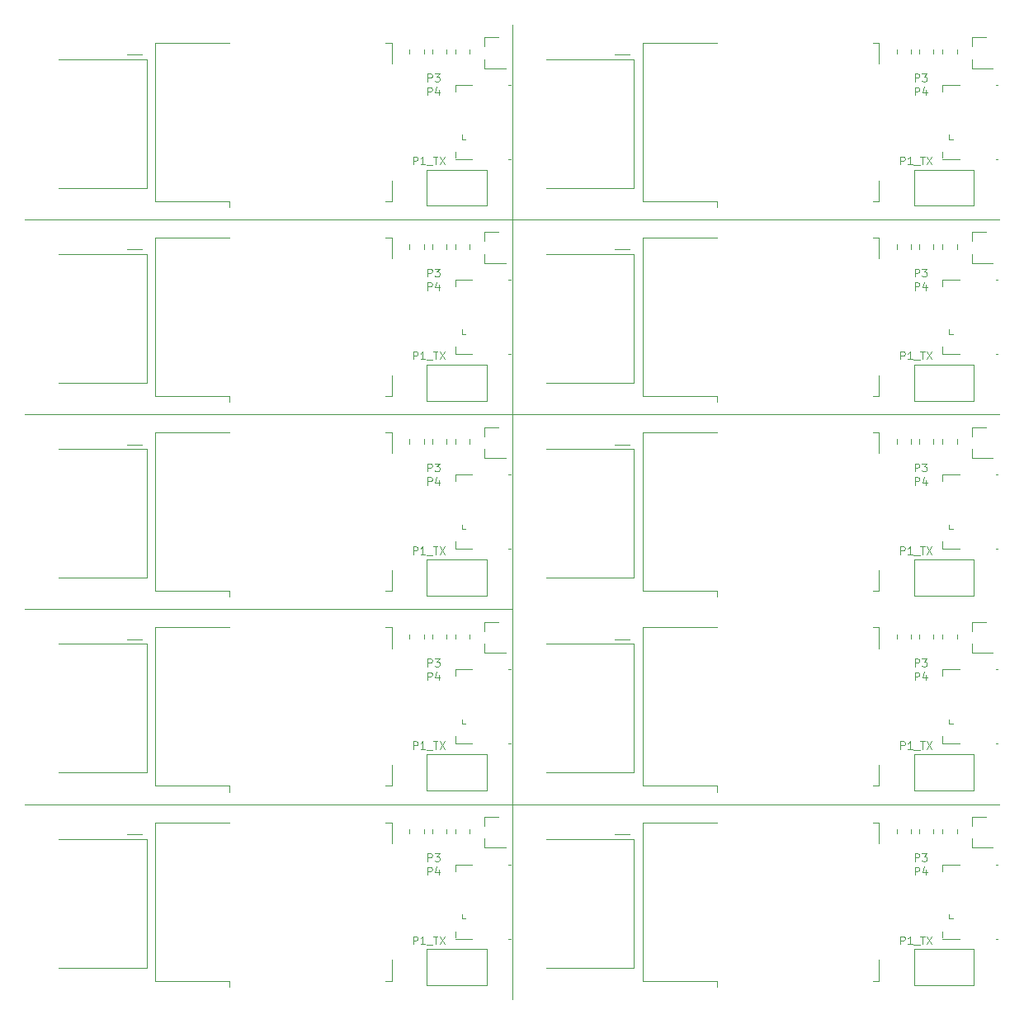
<source format=gbr>
%TF.GenerationSoftware,KiCad,Pcbnew,(5.1.9)-1*%
%TF.CreationDate,2021-10-14T17:35:56+02:00*%
%TF.ProjectId,IM350_AM550_T210_5V_V5.0,494d3335-305f-4414-9d35-35305f543231,rev?*%
%TF.SameCoordinates,Original*%
%TF.FileFunction,Legend,Top*%
%TF.FilePolarity,Positive*%
%FSLAX46Y46*%
G04 Gerber Fmt 4.6, Leading zero omitted, Abs format (unit mm)*
G04 Created by KiCad (PCBNEW (5.1.9)-1) date 2021-10-14 17:35:56*
%MOMM*%
%LPD*%
G01*
G04 APERTURE LIST*
%ADD10C,0.120000*%
%ADD11C,0.100000*%
G04 APERTURE END LIST*
D10*
X85000000Y-25000000D02*
X85000000Y-125000000D01*
X35000000Y-105000000D02*
X135000000Y-105000000D01*
X35000000Y-85000000D02*
X85000000Y-85000000D01*
X35000000Y-65000000D02*
X135000000Y-65000000D01*
X35000000Y-45000000D02*
X135000000Y-45000000D01*
%TO.C,J1*%
X79840000Y-116760000D02*
X80230000Y-116760000D01*
X79840000Y-116760000D02*
X79840000Y-116310000D01*
X79150000Y-111225000D02*
X79150000Y-111875000D01*
X80880000Y-111190000D02*
X79150000Y-111190000D01*
X84840000Y-118810000D02*
X84630000Y-118810000D01*
X84840000Y-111190000D02*
X84630000Y-111190000D01*
X80880000Y-118810000D02*
X79150000Y-118810000D01*
X79150000Y-118700000D02*
X79150000Y-118040000D01*
%TO.C,R9*%
X129165000Y-107572936D02*
X129165000Y-108027064D01*
X130635000Y-107572936D02*
X130635000Y-108027064D01*
%TO.C,U2*%
X48380000Y-123120000D02*
X48380000Y-106880000D01*
X48380000Y-106880000D02*
X56000000Y-106880000D01*
X72000000Y-106880000D02*
X72620000Y-106880000D01*
X72620000Y-106880000D02*
X72620000Y-109000000D01*
X72620000Y-121000000D02*
X72620000Y-123120000D01*
X72620000Y-123120000D02*
X72000000Y-123120000D01*
X56000000Y-123120000D02*
X48380000Y-123120000D01*
X56000000Y-123120000D02*
X56000000Y-123730000D01*
%TO.C,SW1*%
X76240000Y-119900000D02*
X82360000Y-119900000D01*
X82360000Y-119900000D02*
X82360000Y-123600000D01*
X82360000Y-123600000D02*
X76240000Y-123600000D01*
X76240000Y-123600000D02*
X76240000Y-119900000D01*
%TO.C,R3*%
X124465000Y-107572936D02*
X124465000Y-108027064D01*
X125935000Y-107572936D02*
X125935000Y-108027064D01*
%TO.C,J2*%
X95480000Y-108100000D02*
X97010000Y-108100000D01*
X88460000Y-108570000D02*
X97480000Y-108570000D01*
D11*
X88530000Y-108570000D02*
X88460000Y-108570000D01*
D10*
X97480000Y-121770000D02*
X88460000Y-121770000D01*
X97480000Y-108570000D02*
X97480000Y-121770000D01*
X47480000Y-108570000D02*
X47480000Y-121770000D01*
X47480000Y-121770000D02*
X38460000Y-121770000D01*
D11*
X38530000Y-108570000D02*
X38460000Y-108570000D01*
D10*
X38460000Y-108570000D02*
X47480000Y-108570000D01*
X45480000Y-108100000D02*
X47010000Y-108100000D01*
%TO.C,R8*%
X76765000Y-108027064D02*
X76765000Y-107572936D01*
X78235000Y-108027064D02*
X78235000Y-107572936D01*
%TO.C,U2*%
X106000000Y-123120000D02*
X106000000Y-123730000D01*
X106000000Y-123120000D02*
X98380000Y-123120000D01*
X122620000Y-123120000D02*
X122000000Y-123120000D01*
X122620000Y-121000000D02*
X122620000Y-123120000D01*
X122620000Y-106880000D02*
X122620000Y-109000000D01*
X122000000Y-106880000D02*
X122620000Y-106880000D01*
X98380000Y-106880000D02*
X106000000Y-106880000D01*
X98380000Y-123120000D02*
X98380000Y-106880000D01*
%TO.C,R8*%
X128235000Y-108027064D02*
X128235000Y-107572936D01*
X126765000Y-108027064D02*
X126765000Y-107572936D01*
%TO.C,Q1*%
X132140000Y-106320000D02*
X133600000Y-106320000D01*
X132140000Y-109480000D02*
X134300000Y-109480000D01*
X132140000Y-109480000D02*
X132140000Y-108550000D01*
X132140000Y-106320000D02*
X132140000Y-107250000D01*
X82140000Y-106320000D02*
X82140000Y-107250000D01*
X82140000Y-109480000D02*
X82140000Y-108550000D01*
X82140000Y-109480000D02*
X84300000Y-109480000D01*
X82140000Y-106320000D02*
X83600000Y-106320000D01*
%TO.C,J1*%
X129150000Y-118700000D02*
X129150000Y-118040000D01*
X130880000Y-118810000D02*
X129150000Y-118810000D01*
X134840000Y-111190000D02*
X134630000Y-111190000D01*
X134840000Y-118810000D02*
X134630000Y-118810000D01*
X130880000Y-111190000D02*
X129150000Y-111190000D01*
X129150000Y-111225000D02*
X129150000Y-111875000D01*
X129840000Y-116760000D02*
X129840000Y-116310000D01*
X129840000Y-116760000D02*
X130230000Y-116760000D01*
%TO.C,SW1*%
X126240000Y-123600000D02*
X126240000Y-119900000D01*
X132360000Y-123600000D02*
X126240000Y-123600000D01*
X132360000Y-119900000D02*
X132360000Y-123600000D01*
X126240000Y-119900000D02*
X132360000Y-119900000D01*
%TO.C,R9*%
X80635000Y-107572936D02*
X80635000Y-108027064D01*
X79165000Y-107572936D02*
X79165000Y-108027064D01*
%TO.C,R3*%
X75935000Y-107572936D02*
X75935000Y-108027064D01*
X74465000Y-107572936D02*
X74465000Y-108027064D01*
%TO.C,U2*%
X56000000Y-103120000D02*
X56000000Y-103730000D01*
X56000000Y-103120000D02*
X48380000Y-103120000D01*
X72620000Y-103120000D02*
X72000000Y-103120000D01*
X72620000Y-101000000D02*
X72620000Y-103120000D01*
X72620000Y-86880000D02*
X72620000Y-89000000D01*
X72000000Y-86880000D02*
X72620000Y-86880000D01*
X48380000Y-86880000D02*
X56000000Y-86880000D01*
X48380000Y-103120000D02*
X48380000Y-86880000D01*
%TO.C,R9*%
X130635000Y-87572936D02*
X130635000Y-88027064D01*
X129165000Y-87572936D02*
X129165000Y-88027064D01*
%TO.C,SW1*%
X76240000Y-103600000D02*
X76240000Y-99900000D01*
X82360000Y-103600000D02*
X76240000Y-103600000D01*
X82360000Y-99900000D02*
X82360000Y-103600000D01*
X76240000Y-99900000D02*
X82360000Y-99900000D01*
%TO.C,J1*%
X79150000Y-98700000D02*
X79150000Y-98040000D01*
X80880000Y-98810000D02*
X79150000Y-98810000D01*
X84840000Y-91190000D02*
X84630000Y-91190000D01*
X84840000Y-98810000D02*
X84630000Y-98810000D01*
X80880000Y-91190000D02*
X79150000Y-91190000D01*
X79150000Y-91225000D02*
X79150000Y-91875000D01*
X79840000Y-96760000D02*
X79840000Y-96310000D01*
X79840000Y-96760000D02*
X80230000Y-96760000D01*
%TO.C,R3*%
X125935000Y-87572936D02*
X125935000Y-88027064D01*
X124465000Y-87572936D02*
X124465000Y-88027064D01*
%TO.C,J2*%
X45480000Y-88100000D02*
X47010000Y-88100000D01*
X38460000Y-88570000D02*
X47480000Y-88570000D01*
D11*
X38530000Y-88570000D02*
X38460000Y-88570000D01*
D10*
X47480000Y-101770000D02*
X38460000Y-101770000D01*
X47480000Y-88570000D02*
X47480000Y-101770000D01*
%TO.C,U2*%
X98380000Y-103120000D02*
X98380000Y-86880000D01*
X98380000Y-86880000D02*
X106000000Y-86880000D01*
X122000000Y-86880000D02*
X122620000Y-86880000D01*
X122620000Y-86880000D02*
X122620000Y-89000000D01*
X122620000Y-101000000D02*
X122620000Y-103120000D01*
X122620000Y-103120000D02*
X122000000Y-103120000D01*
X106000000Y-103120000D02*
X98380000Y-103120000D01*
X106000000Y-103120000D02*
X106000000Y-103730000D01*
%TO.C,R8*%
X126765000Y-88027064D02*
X126765000Y-87572936D01*
X128235000Y-88027064D02*
X128235000Y-87572936D01*
%TO.C,Q1*%
X132140000Y-86320000D02*
X132140000Y-87250000D01*
X132140000Y-89480000D02*
X132140000Y-88550000D01*
X132140000Y-89480000D02*
X134300000Y-89480000D01*
X132140000Y-86320000D02*
X133600000Y-86320000D01*
%TO.C,J2*%
X97480000Y-88570000D02*
X97480000Y-101770000D01*
X97480000Y-101770000D02*
X88460000Y-101770000D01*
D11*
X88530000Y-88570000D02*
X88460000Y-88570000D01*
D10*
X88460000Y-88570000D02*
X97480000Y-88570000D01*
X95480000Y-88100000D02*
X97010000Y-88100000D01*
%TO.C,R8*%
X78235000Y-88027064D02*
X78235000Y-87572936D01*
X76765000Y-88027064D02*
X76765000Y-87572936D01*
%TO.C,R9*%
X79165000Y-87572936D02*
X79165000Y-88027064D01*
X80635000Y-87572936D02*
X80635000Y-88027064D01*
%TO.C,R3*%
X74465000Y-87572936D02*
X74465000Y-88027064D01*
X75935000Y-87572936D02*
X75935000Y-88027064D01*
%TO.C,J1*%
X129840000Y-96760000D02*
X130230000Y-96760000D01*
X129840000Y-96760000D02*
X129840000Y-96310000D01*
X129150000Y-91225000D02*
X129150000Y-91875000D01*
X130880000Y-91190000D02*
X129150000Y-91190000D01*
X134840000Y-98810000D02*
X134630000Y-98810000D01*
X134840000Y-91190000D02*
X134630000Y-91190000D01*
X130880000Y-98810000D02*
X129150000Y-98810000D01*
X129150000Y-98700000D02*
X129150000Y-98040000D01*
%TO.C,SW1*%
X126240000Y-99900000D02*
X132360000Y-99900000D01*
X132360000Y-99900000D02*
X132360000Y-103600000D01*
X132360000Y-103600000D02*
X126240000Y-103600000D01*
X126240000Y-103600000D02*
X126240000Y-99900000D01*
%TO.C,Q1*%
X82140000Y-86320000D02*
X83600000Y-86320000D01*
X82140000Y-89480000D02*
X84300000Y-89480000D01*
X82140000Y-89480000D02*
X82140000Y-88550000D01*
X82140000Y-86320000D02*
X82140000Y-87250000D01*
%TO.C,R8*%
X128235000Y-68027064D02*
X128235000Y-67572936D01*
X126765000Y-68027064D02*
X126765000Y-67572936D01*
%TO.C,R3*%
X124465000Y-67572936D02*
X124465000Y-68027064D01*
X125935000Y-67572936D02*
X125935000Y-68027064D01*
%TO.C,R9*%
X129165000Y-67572936D02*
X129165000Y-68027064D01*
X130635000Y-67572936D02*
X130635000Y-68027064D01*
%TO.C,U2*%
X106000000Y-83120000D02*
X106000000Y-83730000D01*
X106000000Y-83120000D02*
X98380000Y-83120000D01*
X122620000Y-83120000D02*
X122000000Y-83120000D01*
X122620000Y-81000000D02*
X122620000Y-83120000D01*
X122620000Y-66880000D02*
X122620000Y-69000000D01*
X122000000Y-66880000D02*
X122620000Y-66880000D01*
X98380000Y-66880000D02*
X106000000Y-66880000D01*
X98380000Y-83120000D02*
X98380000Y-66880000D01*
%TO.C,J2*%
X95480000Y-68100000D02*
X97010000Y-68100000D01*
X88460000Y-68570000D02*
X97480000Y-68570000D01*
D11*
X88530000Y-68570000D02*
X88460000Y-68570000D01*
D10*
X97480000Y-81770000D02*
X88460000Y-81770000D01*
X97480000Y-68570000D02*
X97480000Y-81770000D01*
%TO.C,Q1*%
X132140000Y-66320000D02*
X133600000Y-66320000D01*
X132140000Y-69480000D02*
X134300000Y-69480000D01*
X132140000Y-69480000D02*
X132140000Y-68550000D01*
X132140000Y-66320000D02*
X132140000Y-67250000D01*
%TO.C,U2*%
X48380000Y-83120000D02*
X48380000Y-66880000D01*
X48380000Y-66880000D02*
X56000000Y-66880000D01*
X72000000Y-66880000D02*
X72620000Y-66880000D01*
X72620000Y-66880000D02*
X72620000Y-69000000D01*
X72620000Y-81000000D02*
X72620000Y-83120000D01*
X72620000Y-83120000D02*
X72000000Y-83120000D01*
X56000000Y-83120000D02*
X48380000Y-83120000D01*
X56000000Y-83120000D02*
X56000000Y-83730000D01*
%TO.C,SW1*%
X76240000Y-79900000D02*
X82360000Y-79900000D01*
X82360000Y-79900000D02*
X82360000Y-83600000D01*
X82360000Y-83600000D02*
X76240000Y-83600000D01*
X76240000Y-83600000D02*
X76240000Y-79900000D01*
%TO.C,J2*%
X47480000Y-68570000D02*
X47480000Y-81770000D01*
X47480000Y-81770000D02*
X38460000Y-81770000D01*
D11*
X38530000Y-68570000D02*
X38460000Y-68570000D01*
D10*
X38460000Y-68570000D02*
X47480000Y-68570000D01*
X45480000Y-68100000D02*
X47010000Y-68100000D01*
%TO.C,J1*%
X79840000Y-76760000D02*
X80230000Y-76760000D01*
X79840000Y-76760000D02*
X79840000Y-76310000D01*
X79150000Y-71225000D02*
X79150000Y-71875000D01*
X80880000Y-71190000D02*
X79150000Y-71190000D01*
X84840000Y-78810000D02*
X84630000Y-78810000D01*
X84840000Y-71190000D02*
X84630000Y-71190000D01*
X80880000Y-78810000D02*
X79150000Y-78810000D01*
X79150000Y-78700000D02*
X79150000Y-78040000D01*
%TO.C,R9*%
X80635000Y-67572936D02*
X80635000Y-68027064D01*
X79165000Y-67572936D02*
X79165000Y-68027064D01*
%TO.C,R8*%
X76765000Y-68027064D02*
X76765000Y-67572936D01*
X78235000Y-68027064D02*
X78235000Y-67572936D01*
%TO.C,R3*%
X75935000Y-67572936D02*
X75935000Y-68027064D01*
X74465000Y-67572936D02*
X74465000Y-68027064D01*
%TO.C,Q1*%
X82140000Y-66320000D02*
X82140000Y-67250000D01*
X82140000Y-69480000D02*
X82140000Y-68550000D01*
X82140000Y-69480000D02*
X84300000Y-69480000D01*
X82140000Y-66320000D02*
X83600000Y-66320000D01*
%TO.C,J1*%
X129150000Y-78700000D02*
X129150000Y-78040000D01*
X130880000Y-78810000D02*
X129150000Y-78810000D01*
X134840000Y-71190000D02*
X134630000Y-71190000D01*
X134840000Y-78810000D02*
X134630000Y-78810000D01*
X130880000Y-71190000D02*
X129150000Y-71190000D01*
X129150000Y-71225000D02*
X129150000Y-71875000D01*
X129840000Y-76760000D02*
X129840000Y-76310000D01*
X129840000Y-76760000D02*
X130230000Y-76760000D01*
%TO.C,SW1*%
X126240000Y-83600000D02*
X126240000Y-79900000D01*
X132360000Y-83600000D02*
X126240000Y-83600000D01*
X132360000Y-79900000D02*
X132360000Y-83600000D01*
X126240000Y-79900000D02*
X132360000Y-79900000D01*
X126240000Y-59900000D02*
X132360000Y-59900000D01*
X132360000Y-59900000D02*
X132360000Y-63600000D01*
X132360000Y-63600000D02*
X126240000Y-63600000D01*
X126240000Y-63600000D02*
X126240000Y-59900000D01*
%TO.C,J1*%
X129840000Y-56760000D02*
X130230000Y-56760000D01*
X129840000Y-56760000D02*
X129840000Y-56310000D01*
X129150000Y-51225000D02*
X129150000Y-51875000D01*
X130880000Y-51190000D02*
X129150000Y-51190000D01*
X134840000Y-58810000D02*
X134630000Y-58810000D01*
X134840000Y-51190000D02*
X134630000Y-51190000D01*
X130880000Y-58810000D02*
X129150000Y-58810000D01*
X129150000Y-58700000D02*
X129150000Y-58040000D01*
%TO.C,U2*%
X98380000Y-63120000D02*
X98380000Y-46880000D01*
X98380000Y-46880000D02*
X106000000Y-46880000D01*
X122000000Y-46880000D02*
X122620000Y-46880000D01*
X122620000Y-46880000D02*
X122620000Y-49000000D01*
X122620000Y-61000000D02*
X122620000Y-63120000D01*
X122620000Y-63120000D02*
X122000000Y-63120000D01*
X106000000Y-63120000D02*
X98380000Y-63120000D01*
X106000000Y-63120000D02*
X106000000Y-63730000D01*
%TO.C,J2*%
X97480000Y-48570000D02*
X97480000Y-61770000D01*
X97480000Y-61770000D02*
X88460000Y-61770000D01*
D11*
X88530000Y-48570000D02*
X88460000Y-48570000D01*
D10*
X88460000Y-48570000D02*
X97480000Y-48570000D01*
X95480000Y-48100000D02*
X97010000Y-48100000D01*
%TO.C,R9*%
X130635000Y-47572936D02*
X130635000Y-48027064D01*
X129165000Y-47572936D02*
X129165000Y-48027064D01*
%TO.C,Q1*%
X132140000Y-46320000D02*
X132140000Y-47250000D01*
X132140000Y-49480000D02*
X132140000Y-48550000D01*
X132140000Y-49480000D02*
X134300000Y-49480000D01*
X132140000Y-46320000D02*
X133600000Y-46320000D01*
%TO.C,R3*%
X125935000Y-47572936D02*
X125935000Y-48027064D01*
X124465000Y-47572936D02*
X124465000Y-48027064D01*
%TO.C,R8*%
X126765000Y-48027064D02*
X126765000Y-47572936D01*
X128235000Y-48027064D02*
X128235000Y-47572936D01*
%TO.C,SW1*%
X76240000Y-63600000D02*
X76240000Y-59900000D01*
X82360000Y-63600000D02*
X76240000Y-63600000D01*
X82360000Y-59900000D02*
X82360000Y-63600000D01*
X76240000Y-59900000D02*
X82360000Y-59900000D01*
%TO.C,U2*%
X56000000Y-63120000D02*
X56000000Y-63730000D01*
X56000000Y-63120000D02*
X48380000Y-63120000D01*
X72620000Y-63120000D02*
X72000000Y-63120000D01*
X72620000Y-61000000D02*
X72620000Y-63120000D01*
X72620000Y-46880000D02*
X72620000Y-49000000D01*
X72000000Y-46880000D02*
X72620000Y-46880000D01*
X48380000Y-46880000D02*
X56000000Y-46880000D01*
X48380000Y-63120000D02*
X48380000Y-46880000D01*
%TO.C,R9*%
X79165000Y-47572936D02*
X79165000Y-48027064D01*
X80635000Y-47572936D02*
X80635000Y-48027064D01*
%TO.C,R8*%
X78235000Y-48027064D02*
X78235000Y-47572936D01*
X76765000Y-48027064D02*
X76765000Y-47572936D01*
%TO.C,J1*%
X79150000Y-58700000D02*
X79150000Y-58040000D01*
X80880000Y-58810000D02*
X79150000Y-58810000D01*
X84840000Y-51190000D02*
X84630000Y-51190000D01*
X84840000Y-58810000D02*
X84630000Y-58810000D01*
X80880000Y-51190000D02*
X79150000Y-51190000D01*
X79150000Y-51225000D02*
X79150000Y-51875000D01*
X79840000Y-56760000D02*
X79840000Y-56310000D01*
X79840000Y-56760000D02*
X80230000Y-56760000D01*
%TO.C,R3*%
X74465000Y-47572936D02*
X74465000Y-48027064D01*
X75935000Y-47572936D02*
X75935000Y-48027064D01*
%TO.C,Q1*%
X82140000Y-46320000D02*
X83600000Y-46320000D01*
X82140000Y-49480000D02*
X84300000Y-49480000D01*
X82140000Y-49480000D02*
X82140000Y-48550000D01*
X82140000Y-46320000D02*
X82140000Y-47250000D01*
%TO.C,J2*%
X45480000Y-48100000D02*
X47010000Y-48100000D01*
X38460000Y-48570000D02*
X47480000Y-48570000D01*
D11*
X38530000Y-48570000D02*
X38460000Y-48570000D01*
D10*
X47480000Y-61770000D02*
X38460000Y-61770000D01*
X47480000Y-48570000D02*
X47480000Y-61770000D01*
%TO.C,SW1*%
X126240000Y-43600000D02*
X126240000Y-39900000D01*
X132360000Y-43600000D02*
X126240000Y-43600000D01*
X132360000Y-39900000D02*
X132360000Y-43600000D01*
X126240000Y-39900000D02*
X132360000Y-39900000D01*
%TO.C,U2*%
X106000000Y-43120000D02*
X106000000Y-43730000D01*
X106000000Y-43120000D02*
X98380000Y-43120000D01*
X122620000Y-43120000D02*
X122000000Y-43120000D01*
X122620000Y-41000000D02*
X122620000Y-43120000D01*
X122620000Y-26880000D02*
X122620000Y-29000000D01*
X122000000Y-26880000D02*
X122620000Y-26880000D01*
X98380000Y-26880000D02*
X106000000Y-26880000D01*
X98380000Y-43120000D02*
X98380000Y-26880000D01*
%TO.C,R9*%
X129165000Y-27572936D02*
X129165000Y-28027064D01*
X130635000Y-27572936D02*
X130635000Y-28027064D01*
%TO.C,R8*%
X128235000Y-28027064D02*
X128235000Y-27572936D01*
X126765000Y-28027064D02*
X126765000Y-27572936D01*
%TO.C,J1*%
X129150000Y-38700000D02*
X129150000Y-38040000D01*
X130880000Y-38810000D02*
X129150000Y-38810000D01*
X134840000Y-31190000D02*
X134630000Y-31190000D01*
X134840000Y-38810000D02*
X134630000Y-38810000D01*
X130880000Y-31190000D02*
X129150000Y-31190000D01*
X129150000Y-31225000D02*
X129150000Y-31875000D01*
X129840000Y-36760000D02*
X129840000Y-36310000D01*
X129840000Y-36760000D02*
X130230000Y-36760000D01*
%TO.C,R3*%
X124465000Y-27572936D02*
X124465000Y-28027064D01*
X125935000Y-27572936D02*
X125935000Y-28027064D01*
%TO.C,Q1*%
X132140000Y-26320000D02*
X133600000Y-26320000D01*
X132140000Y-29480000D02*
X134300000Y-29480000D01*
X132140000Y-29480000D02*
X132140000Y-28550000D01*
X132140000Y-26320000D02*
X132140000Y-27250000D01*
%TO.C,J2*%
X95480000Y-28100000D02*
X97010000Y-28100000D01*
X88460000Y-28570000D02*
X97480000Y-28570000D01*
D11*
X88530000Y-28570000D02*
X88460000Y-28570000D01*
D10*
X97480000Y-41770000D02*
X88460000Y-41770000D01*
X97480000Y-28570000D02*
X97480000Y-41770000D01*
X47480000Y-28570000D02*
X47480000Y-41770000D01*
X47480000Y-41770000D02*
X38460000Y-41770000D01*
D11*
X38530000Y-28570000D02*
X38460000Y-28570000D01*
D10*
X38460000Y-28570000D02*
X47480000Y-28570000D01*
X45480000Y-28100000D02*
X47010000Y-28100000D01*
%TO.C,U2*%
X48380000Y-43120000D02*
X48380000Y-26880000D01*
X48380000Y-26880000D02*
X56000000Y-26880000D01*
X72000000Y-26880000D02*
X72620000Y-26880000D01*
X72620000Y-26880000D02*
X72620000Y-29000000D01*
X72620000Y-41000000D02*
X72620000Y-43120000D01*
X72620000Y-43120000D02*
X72000000Y-43120000D01*
X56000000Y-43120000D02*
X48380000Y-43120000D01*
X56000000Y-43120000D02*
X56000000Y-43730000D01*
%TO.C,SW1*%
X76240000Y-39900000D02*
X82360000Y-39900000D01*
X82360000Y-39900000D02*
X82360000Y-43600000D01*
X82360000Y-43600000D02*
X76240000Y-43600000D01*
X76240000Y-43600000D02*
X76240000Y-39900000D01*
%TO.C,R9*%
X80635000Y-27572936D02*
X80635000Y-28027064D01*
X79165000Y-27572936D02*
X79165000Y-28027064D01*
%TO.C,R8*%
X76765000Y-28027064D02*
X76765000Y-27572936D01*
X78235000Y-28027064D02*
X78235000Y-27572936D01*
%TO.C,R3*%
X75935000Y-27572936D02*
X75935000Y-28027064D01*
X74465000Y-27572936D02*
X74465000Y-28027064D01*
%TO.C,Q1*%
X82140000Y-26320000D02*
X82140000Y-27250000D01*
X82140000Y-29480000D02*
X82140000Y-28550000D01*
X82140000Y-29480000D02*
X84300000Y-29480000D01*
X82140000Y-26320000D02*
X83600000Y-26320000D01*
%TO.C,J1*%
X79840000Y-36760000D02*
X80230000Y-36760000D01*
X79840000Y-36760000D02*
X79840000Y-36310000D01*
X79150000Y-31225000D02*
X79150000Y-31875000D01*
X80880000Y-31190000D02*
X79150000Y-31190000D01*
X84840000Y-38810000D02*
X84630000Y-38810000D01*
X84840000Y-31190000D02*
X84630000Y-31190000D01*
X80880000Y-38810000D02*
X79150000Y-38810000D01*
X79150000Y-38700000D02*
X79150000Y-38040000D01*
%TO.C,R7*%
X74819047Y-119361904D02*
X74819047Y-118561904D01*
X75123809Y-118561904D01*
X75200000Y-118600000D01*
X75238095Y-118638095D01*
X75276190Y-118714285D01*
X75276190Y-118828571D01*
X75238095Y-118904761D01*
X75200000Y-118942857D01*
X75123809Y-118980952D01*
X74819047Y-118980952D01*
X76038095Y-119361904D02*
X75580952Y-119361904D01*
X75809523Y-119361904D02*
X75809523Y-118561904D01*
X75733333Y-118676190D01*
X75657142Y-118752380D01*
X75580952Y-118790476D01*
X76190476Y-119438095D02*
X76800000Y-119438095D01*
X76876190Y-118561904D02*
X77333333Y-118561904D01*
X77104761Y-119361904D02*
X77104761Y-118561904D01*
X77523809Y-118561904D02*
X78057142Y-119361904D01*
X78057142Y-118561904D02*
X77523809Y-119361904D01*
%TO.C,R2*%
X126309523Y-112261904D02*
X126309523Y-111461904D01*
X126614285Y-111461904D01*
X126690476Y-111500000D01*
X126728571Y-111538095D01*
X126766666Y-111614285D01*
X126766666Y-111728571D01*
X126728571Y-111804761D01*
X126690476Y-111842857D01*
X126614285Y-111880952D01*
X126309523Y-111880952D01*
X127452380Y-111728571D02*
X127452380Y-112261904D01*
X127261904Y-111423809D02*
X127071428Y-111995238D01*
X127566666Y-111995238D01*
X76309523Y-112261904D02*
X76309523Y-111461904D01*
X76614285Y-111461904D01*
X76690476Y-111500000D01*
X76728571Y-111538095D01*
X76766666Y-111614285D01*
X76766666Y-111728571D01*
X76728571Y-111804761D01*
X76690476Y-111842857D01*
X76614285Y-111880952D01*
X76309523Y-111880952D01*
X77452380Y-111728571D02*
X77452380Y-112261904D01*
X77261904Y-111423809D02*
X77071428Y-111995238D01*
X77566666Y-111995238D01*
%TO.C,R1*%
X126309523Y-110861904D02*
X126309523Y-110061904D01*
X126614285Y-110061904D01*
X126690476Y-110100000D01*
X126728571Y-110138095D01*
X126766666Y-110214285D01*
X126766666Y-110328571D01*
X126728571Y-110404761D01*
X126690476Y-110442857D01*
X126614285Y-110480952D01*
X126309523Y-110480952D01*
X127033333Y-110061904D02*
X127528571Y-110061904D01*
X127261904Y-110366666D01*
X127376190Y-110366666D01*
X127452380Y-110404761D01*
X127490476Y-110442857D01*
X127528571Y-110519047D01*
X127528571Y-110709523D01*
X127490476Y-110785714D01*
X127452380Y-110823809D01*
X127376190Y-110861904D01*
X127147619Y-110861904D01*
X127071428Y-110823809D01*
X127033333Y-110785714D01*
X76309523Y-110861904D02*
X76309523Y-110061904D01*
X76614285Y-110061904D01*
X76690476Y-110100000D01*
X76728571Y-110138095D01*
X76766666Y-110214285D01*
X76766666Y-110328571D01*
X76728571Y-110404761D01*
X76690476Y-110442857D01*
X76614285Y-110480952D01*
X76309523Y-110480952D01*
X77033333Y-110061904D02*
X77528571Y-110061904D01*
X77261904Y-110366666D01*
X77376190Y-110366666D01*
X77452380Y-110404761D01*
X77490476Y-110442857D01*
X77528571Y-110519047D01*
X77528571Y-110709523D01*
X77490476Y-110785714D01*
X77452380Y-110823809D01*
X77376190Y-110861904D01*
X77147619Y-110861904D01*
X77071428Y-110823809D01*
X77033333Y-110785714D01*
%TO.C,R7*%
X124819047Y-119361904D02*
X124819047Y-118561904D01*
X125123809Y-118561904D01*
X125200000Y-118600000D01*
X125238095Y-118638095D01*
X125276190Y-118714285D01*
X125276190Y-118828571D01*
X125238095Y-118904761D01*
X125200000Y-118942857D01*
X125123809Y-118980952D01*
X124819047Y-118980952D01*
X126038095Y-119361904D02*
X125580952Y-119361904D01*
X125809523Y-119361904D02*
X125809523Y-118561904D01*
X125733333Y-118676190D01*
X125657142Y-118752380D01*
X125580952Y-118790476D01*
X126190476Y-119438095D02*
X126800000Y-119438095D01*
X126876190Y-118561904D02*
X127333333Y-118561904D01*
X127104761Y-119361904D02*
X127104761Y-118561904D01*
X127523809Y-118561904D02*
X128057142Y-119361904D01*
X128057142Y-118561904D02*
X127523809Y-119361904D01*
X74819047Y-99361904D02*
X74819047Y-98561904D01*
X75123809Y-98561904D01*
X75200000Y-98600000D01*
X75238095Y-98638095D01*
X75276190Y-98714285D01*
X75276190Y-98828571D01*
X75238095Y-98904761D01*
X75200000Y-98942857D01*
X75123809Y-98980952D01*
X74819047Y-98980952D01*
X76038095Y-99361904D02*
X75580952Y-99361904D01*
X75809523Y-99361904D02*
X75809523Y-98561904D01*
X75733333Y-98676190D01*
X75657142Y-98752380D01*
X75580952Y-98790476D01*
X76190476Y-99438095D02*
X76800000Y-99438095D01*
X76876190Y-98561904D02*
X77333333Y-98561904D01*
X77104761Y-99361904D02*
X77104761Y-98561904D01*
X77523809Y-98561904D02*
X78057142Y-99361904D01*
X78057142Y-98561904D02*
X77523809Y-99361904D01*
%TO.C,R2*%
X126309523Y-92261904D02*
X126309523Y-91461904D01*
X126614285Y-91461904D01*
X126690476Y-91500000D01*
X126728571Y-91538095D01*
X126766666Y-91614285D01*
X126766666Y-91728571D01*
X126728571Y-91804761D01*
X126690476Y-91842857D01*
X126614285Y-91880952D01*
X126309523Y-91880952D01*
X127452380Y-91728571D02*
X127452380Y-92261904D01*
X127261904Y-91423809D02*
X127071428Y-91995238D01*
X127566666Y-91995238D01*
%TO.C,R1*%
X76309523Y-90861904D02*
X76309523Y-90061904D01*
X76614285Y-90061904D01*
X76690476Y-90100000D01*
X76728571Y-90138095D01*
X76766666Y-90214285D01*
X76766666Y-90328571D01*
X76728571Y-90404761D01*
X76690476Y-90442857D01*
X76614285Y-90480952D01*
X76309523Y-90480952D01*
X77033333Y-90061904D02*
X77528571Y-90061904D01*
X77261904Y-90366666D01*
X77376190Y-90366666D01*
X77452380Y-90404761D01*
X77490476Y-90442857D01*
X77528571Y-90519047D01*
X77528571Y-90709523D01*
X77490476Y-90785714D01*
X77452380Y-90823809D01*
X77376190Y-90861904D01*
X77147619Y-90861904D01*
X77071428Y-90823809D01*
X77033333Y-90785714D01*
X126309523Y-90861904D02*
X126309523Y-90061904D01*
X126614285Y-90061904D01*
X126690476Y-90100000D01*
X126728571Y-90138095D01*
X126766666Y-90214285D01*
X126766666Y-90328571D01*
X126728571Y-90404761D01*
X126690476Y-90442857D01*
X126614285Y-90480952D01*
X126309523Y-90480952D01*
X127033333Y-90061904D02*
X127528571Y-90061904D01*
X127261904Y-90366666D01*
X127376190Y-90366666D01*
X127452380Y-90404761D01*
X127490476Y-90442857D01*
X127528571Y-90519047D01*
X127528571Y-90709523D01*
X127490476Y-90785714D01*
X127452380Y-90823809D01*
X127376190Y-90861904D01*
X127147619Y-90861904D01*
X127071428Y-90823809D01*
X127033333Y-90785714D01*
%TO.C,R7*%
X124819047Y-99361904D02*
X124819047Y-98561904D01*
X125123809Y-98561904D01*
X125200000Y-98600000D01*
X125238095Y-98638095D01*
X125276190Y-98714285D01*
X125276190Y-98828571D01*
X125238095Y-98904761D01*
X125200000Y-98942857D01*
X125123809Y-98980952D01*
X124819047Y-98980952D01*
X126038095Y-99361904D02*
X125580952Y-99361904D01*
X125809523Y-99361904D02*
X125809523Y-98561904D01*
X125733333Y-98676190D01*
X125657142Y-98752380D01*
X125580952Y-98790476D01*
X126190476Y-99438095D02*
X126800000Y-99438095D01*
X126876190Y-98561904D02*
X127333333Y-98561904D01*
X127104761Y-99361904D02*
X127104761Y-98561904D01*
X127523809Y-98561904D02*
X128057142Y-99361904D01*
X128057142Y-98561904D02*
X127523809Y-99361904D01*
%TO.C,R2*%
X76309523Y-92261904D02*
X76309523Y-91461904D01*
X76614285Y-91461904D01*
X76690476Y-91500000D01*
X76728571Y-91538095D01*
X76766666Y-91614285D01*
X76766666Y-91728571D01*
X76728571Y-91804761D01*
X76690476Y-91842857D01*
X76614285Y-91880952D01*
X76309523Y-91880952D01*
X77452380Y-91728571D02*
X77452380Y-92261904D01*
X77261904Y-91423809D02*
X77071428Y-91995238D01*
X77566666Y-91995238D01*
%TO.C,R7*%
X74819047Y-79361904D02*
X74819047Y-78561904D01*
X75123809Y-78561904D01*
X75200000Y-78600000D01*
X75238095Y-78638095D01*
X75276190Y-78714285D01*
X75276190Y-78828571D01*
X75238095Y-78904761D01*
X75200000Y-78942857D01*
X75123809Y-78980952D01*
X74819047Y-78980952D01*
X76038095Y-79361904D02*
X75580952Y-79361904D01*
X75809523Y-79361904D02*
X75809523Y-78561904D01*
X75733333Y-78676190D01*
X75657142Y-78752380D01*
X75580952Y-78790476D01*
X76190476Y-79438095D02*
X76800000Y-79438095D01*
X76876190Y-78561904D02*
X77333333Y-78561904D01*
X77104761Y-79361904D02*
X77104761Y-78561904D01*
X77523809Y-78561904D02*
X78057142Y-79361904D01*
X78057142Y-78561904D02*
X77523809Y-79361904D01*
%TO.C,R2*%
X126309523Y-72261904D02*
X126309523Y-71461904D01*
X126614285Y-71461904D01*
X126690476Y-71500000D01*
X126728571Y-71538095D01*
X126766666Y-71614285D01*
X126766666Y-71728571D01*
X126728571Y-71804761D01*
X126690476Y-71842857D01*
X126614285Y-71880952D01*
X126309523Y-71880952D01*
X127452380Y-71728571D02*
X127452380Y-72261904D01*
X127261904Y-71423809D02*
X127071428Y-71995238D01*
X127566666Y-71995238D01*
%TO.C,R1*%
X76309523Y-70861904D02*
X76309523Y-70061904D01*
X76614285Y-70061904D01*
X76690476Y-70100000D01*
X76728571Y-70138095D01*
X76766666Y-70214285D01*
X76766666Y-70328571D01*
X76728571Y-70404761D01*
X76690476Y-70442857D01*
X76614285Y-70480952D01*
X76309523Y-70480952D01*
X77033333Y-70061904D02*
X77528571Y-70061904D01*
X77261904Y-70366666D01*
X77376190Y-70366666D01*
X77452380Y-70404761D01*
X77490476Y-70442857D01*
X77528571Y-70519047D01*
X77528571Y-70709523D01*
X77490476Y-70785714D01*
X77452380Y-70823809D01*
X77376190Y-70861904D01*
X77147619Y-70861904D01*
X77071428Y-70823809D01*
X77033333Y-70785714D01*
X126309523Y-70861904D02*
X126309523Y-70061904D01*
X126614285Y-70061904D01*
X126690476Y-70100000D01*
X126728571Y-70138095D01*
X126766666Y-70214285D01*
X126766666Y-70328571D01*
X126728571Y-70404761D01*
X126690476Y-70442857D01*
X126614285Y-70480952D01*
X126309523Y-70480952D01*
X127033333Y-70061904D02*
X127528571Y-70061904D01*
X127261904Y-70366666D01*
X127376190Y-70366666D01*
X127452380Y-70404761D01*
X127490476Y-70442857D01*
X127528571Y-70519047D01*
X127528571Y-70709523D01*
X127490476Y-70785714D01*
X127452380Y-70823809D01*
X127376190Y-70861904D01*
X127147619Y-70861904D01*
X127071428Y-70823809D01*
X127033333Y-70785714D01*
%TO.C,R7*%
X124819047Y-79361904D02*
X124819047Y-78561904D01*
X125123809Y-78561904D01*
X125200000Y-78600000D01*
X125238095Y-78638095D01*
X125276190Y-78714285D01*
X125276190Y-78828571D01*
X125238095Y-78904761D01*
X125200000Y-78942857D01*
X125123809Y-78980952D01*
X124819047Y-78980952D01*
X126038095Y-79361904D02*
X125580952Y-79361904D01*
X125809523Y-79361904D02*
X125809523Y-78561904D01*
X125733333Y-78676190D01*
X125657142Y-78752380D01*
X125580952Y-78790476D01*
X126190476Y-79438095D02*
X126800000Y-79438095D01*
X126876190Y-78561904D02*
X127333333Y-78561904D01*
X127104761Y-79361904D02*
X127104761Y-78561904D01*
X127523809Y-78561904D02*
X128057142Y-79361904D01*
X128057142Y-78561904D02*
X127523809Y-79361904D01*
%TO.C,R2*%
X76309523Y-72261904D02*
X76309523Y-71461904D01*
X76614285Y-71461904D01*
X76690476Y-71500000D01*
X76728571Y-71538095D01*
X76766666Y-71614285D01*
X76766666Y-71728571D01*
X76728571Y-71804761D01*
X76690476Y-71842857D01*
X76614285Y-71880952D01*
X76309523Y-71880952D01*
X77452380Y-71728571D02*
X77452380Y-72261904D01*
X77261904Y-71423809D02*
X77071428Y-71995238D01*
X77566666Y-71995238D01*
%TO.C,R1*%
X76309523Y-50861904D02*
X76309523Y-50061904D01*
X76614285Y-50061904D01*
X76690476Y-50100000D01*
X76728571Y-50138095D01*
X76766666Y-50214285D01*
X76766666Y-50328571D01*
X76728571Y-50404761D01*
X76690476Y-50442857D01*
X76614285Y-50480952D01*
X76309523Y-50480952D01*
X77033333Y-50061904D02*
X77528571Y-50061904D01*
X77261904Y-50366666D01*
X77376190Y-50366666D01*
X77452380Y-50404761D01*
X77490476Y-50442857D01*
X77528571Y-50519047D01*
X77528571Y-50709523D01*
X77490476Y-50785714D01*
X77452380Y-50823809D01*
X77376190Y-50861904D01*
X77147619Y-50861904D01*
X77071428Y-50823809D01*
X77033333Y-50785714D01*
%TO.C,R2*%
X76309523Y-52261904D02*
X76309523Y-51461904D01*
X76614285Y-51461904D01*
X76690476Y-51500000D01*
X76728571Y-51538095D01*
X76766666Y-51614285D01*
X76766666Y-51728571D01*
X76728571Y-51804761D01*
X76690476Y-51842857D01*
X76614285Y-51880952D01*
X76309523Y-51880952D01*
X77452380Y-51728571D02*
X77452380Y-52261904D01*
X77261904Y-51423809D02*
X77071428Y-51995238D01*
X77566666Y-51995238D01*
%TO.C,R1*%
X126309523Y-50861904D02*
X126309523Y-50061904D01*
X126614285Y-50061904D01*
X126690476Y-50100000D01*
X126728571Y-50138095D01*
X126766666Y-50214285D01*
X126766666Y-50328571D01*
X126728571Y-50404761D01*
X126690476Y-50442857D01*
X126614285Y-50480952D01*
X126309523Y-50480952D01*
X127033333Y-50061904D02*
X127528571Y-50061904D01*
X127261904Y-50366666D01*
X127376190Y-50366666D01*
X127452380Y-50404761D01*
X127490476Y-50442857D01*
X127528571Y-50519047D01*
X127528571Y-50709523D01*
X127490476Y-50785714D01*
X127452380Y-50823809D01*
X127376190Y-50861904D01*
X127147619Y-50861904D01*
X127071428Y-50823809D01*
X127033333Y-50785714D01*
%TO.C,R7*%
X124819047Y-59361904D02*
X124819047Y-58561904D01*
X125123809Y-58561904D01*
X125200000Y-58600000D01*
X125238095Y-58638095D01*
X125276190Y-58714285D01*
X125276190Y-58828571D01*
X125238095Y-58904761D01*
X125200000Y-58942857D01*
X125123809Y-58980952D01*
X124819047Y-58980952D01*
X126038095Y-59361904D02*
X125580952Y-59361904D01*
X125809523Y-59361904D02*
X125809523Y-58561904D01*
X125733333Y-58676190D01*
X125657142Y-58752380D01*
X125580952Y-58790476D01*
X126190476Y-59438095D02*
X126800000Y-59438095D01*
X126876190Y-58561904D02*
X127333333Y-58561904D01*
X127104761Y-59361904D02*
X127104761Y-58561904D01*
X127523809Y-58561904D02*
X128057142Y-59361904D01*
X128057142Y-58561904D02*
X127523809Y-59361904D01*
%TO.C,R2*%
X126309523Y-52261904D02*
X126309523Y-51461904D01*
X126614285Y-51461904D01*
X126690476Y-51500000D01*
X126728571Y-51538095D01*
X126766666Y-51614285D01*
X126766666Y-51728571D01*
X126728571Y-51804761D01*
X126690476Y-51842857D01*
X126614285Y-51880952D01*
X126309523Y-51880952D01*
X127452380Y-51728571D02*
X127452380Y-52261904D01*
X127261904Y-51423809D02*
X127071428Y-51995238D01*
X127566666Y-51995238D01*
%TO.C,R7*%
X74819047Y-59361904D02*
X74819047Y-58561904D01*
X75123809Y-58561904D01*
X75200000Y-58600000D01*
X75238095Y-58638095D01*
X75276190Y-58714285D01*
X75276190Y-58828571D01*
X75238095Y-58904761D01*
X75200000Y-58942857D01*
X75123809Y-58980952D01*
X74819047Y-58980952D01*
X76038095Y-59361904D02*
X75580952Y-59361904D01*
X75809523Y-59361904D02*
X75809523Y-58561904D01*
X75733333Y-58676190D01*
X75657142Y-58752380D01*
X75580952Y-58790476D01*
X76190476Y-59438095D02*
X76800000Y-59438095D01*
X76876190Y-58561904D02*
X77333333Y-58561904D01*
X77104761Y-59361904D02*
X77104761Y-58561904D01*
X77523809Y-58561904D02*
X78057142Y-59361904D01*
X78057142Y-58561904D02*
X77523809Y-59361904D01*
%TO.C,R1*%
X126309523Y-30861904D02*
X126309523Y-30061904D01*
X126614285Y-30061904D01*
X126690476Y-30100000D01*
X126728571Y-30138095D01*
X126766666Y-30214285D01*
X126766666Y-30328571D01*
X126728571Y-30404761D01*
X126690476Y-30442857D01*
X126614285Y-30480952D01*
X126309523Y-30480952D01*
X127033333Y-30061904D02*
X127528571Y-30061904D01*
X127261904Y-30366666D01*
X127376190Y-30366666D01*
X127452380Y-30404761D01*
X127490476Y-30442857D01*
X127528571Y-30519047D01*
X127528571Y-30709523D01*
X127490476Y-30785714D01*
X127452380Y-30823809D01*
X127376190Y-30861904D01*
X127147619Y-30861904D01*
X127071428Y-30823809D01*
X127033333Y-30785714D01*
%TO.C,R2*%
X126309523Y-32261904D02*
X126309523Y-31461904D01*
X126614285Y-31461904D01*
X126690476Y-31500000D01*
X126728571Y-31538095D01*
X126766666Y-31614285D01*
X126766666Y-31728571D01*
X126728571Y-31804761D01*
X126690476Y-31842857D01*
X126614285Y-31880952D01*
X126309523Y-31880952D01*
X127452380Y-31728571D02*
X127452380Y-32261904D01*
X127261904Y-31423809D02*
X127071428Y-31995238D01*
X127566666Y-31995238D01*
%TO.C,R7*%
X124819047Y-39361904D02*
X124819047Y-38561904D01*
X125123809Y-38561904D01*
X125200000Y-38600000D01*
X125238095Y-38638095D01*
X125276190Y-38714285D01*
X125276190Y-38828571D01*
X125238095Y-38904761D01*
X125200000Y-38942857D01*
X125123809Y-38980952D01*
X124819047Y-38980952D01*
X126038095Y-39361904D02*
X125580952Y-39361904D01*
X125809523Y-39361904D02*
X125809523Y-38561904D01*
X125733333Y-38676190D01*
X125657142Y-38752380D01*
X125580952Y-38790476D01*
X126190476Y-39438095D02*
X126800000Y-39438095D01*
X126876190Y-38561904D02*
X127333333Y-38561904D01*
X127104761Y-39361904D02*
X127104761Y-38561904D01*
X127523809Y-38561904D02*
X128057142Y-39361904D01*
X128057142Y-38561904D02*
X127523809Y-39361904D01*
%TO.C,R2*%
X76309523Y-32261904D02*
X76309523Y-31461904D01*
X76614285Y-31461904D01*
X76690476Y-31500000D01*
X76728571Y-31538095D01*
X76766666Y-31614285D01*
X76766666Y-31728571D01*
X76728571Y-31804761D01*
X76690476Y-31842857D01*
X76614285Y-31880952D01*
X76309523Y-31880952D01*
X77452380Y-31728571D02*
X77452380Y-32261904D01*
X77261904Y-31423809D02*
X77071428Y-31995238D01*
X77566666Y-31995238D01*
%TO.C,R1*%
X76309523Y-30861904D02*
X76309523Y-30061904D01*
X76614285Y-30061904D01*
X76690476Y-30100000D01*
X76728571Y-30138095D01*
X76766666Y-30214285D01*
X76766666Y-30328571D01*
X76728571Y-30404761D01*
X76690476Y-30442857D01*
X76614285Y-30480952D01*
X76309523Y-30480952D01*
X77033333Y-30061904D02*
X77528571Y-30061904D01*
X77261904Y-30366666D01*
X77376190Y-30366666D01*
X77452380Y-30404761D01*
X77490476Y-30442857D01*
X77528571Y-30519047D01*
X77528571Y-30709523D01*
X77490476Y-30785714D01*
X77452380Y-30823809D01*
X77376190Y-30861904D01*
X77147619Y-30861904D01*
X77071428Y-30823809D01*
X77033333Y-30785714D01*
%TO.C,R7*%
X74819047Y-39361904D02*
X74819047Y-38561904D01*
X75123809Y-38561904D01*
X75200000Y-38600000D01*
X75238095Y-38638095D01*
X75276190Y-38714285D01*
X75276190Y-38828571D01*
X75238095Y-38904761D01*
X75200000Y-38942857D01*
X75123809Y-38980952D01*
X74819047Y-38980952D01*
X76038095Y-39361904D02*
X75580952Y-39361904D01*
X75809523Y-39361904D02*
X75809523Y-38561904D01*
X75733333Y-38676190D01*
X75657142Y-38752380D01*
X75580952Y-38790476D01*
X76190476Y-39438095D02*
X76800000Y-39438095D01*
X76876190Y-38561904D02*
X77333333Y-38561904D01*
X77104761Y-39361904D02*
X77104761Y-38561904D01*
X77523809Y-38561904D02*
X78057142Y-39361904D01*
X78057142Y-38561904D02*
X77523809Y-39361904D01*
%TD*%
M02*

</source>
